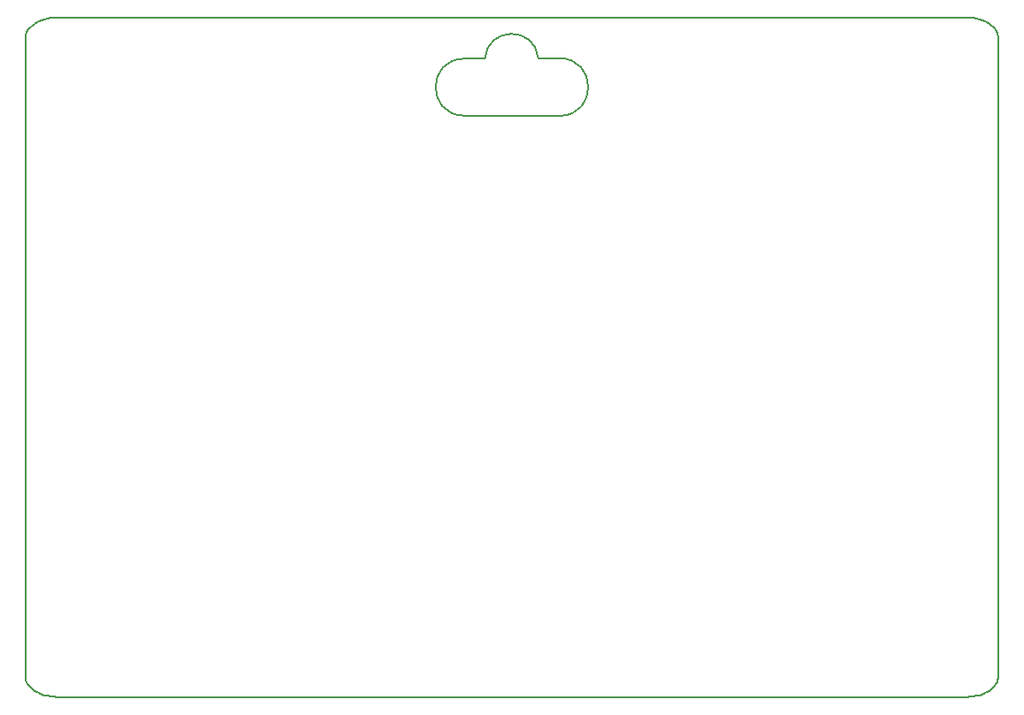
<source format=gm1>
G04 #@! TF.GenerationSoftware,KiCad,Pcbnew,(6.0.0)*
G04 #@! TF.CreationDate,2022-05-24T10:02:23+02:00*
G04 #@! TF.ProjectId,drawing.kicad_v3.0_pcb,64726177-696e-4672-9e6b-696361645f76,v2.2*
G04 #@! TF.SameCoordinates,Original*
G04 #@! TF.FileFunction,Profile,NP*
%FSLAX46Y46*%
G04 Gerber Fmt 4.6, Leading zero omitted, Abs format (unit mm)*
G04 Created by KiCad (PCBNEW (6.0.0)) date 2022-05-24 10:02:23*
%MOMM*%
%LPD*%
G01*
G04 APERTURE LIST*
G04 #@! TA.AperFunction,Profile*
%ADD10C,0.150000*%
G04 #@! TD*
%ADD11C,0.200000*%
G04 #@! TA.AperFunction,Profile*
%ADD12C,0.200000*%
G04 #@! TD*
G04 APERTURE END LIST*
D10*
X157036620Y-65324874D02*
X155026620Y-65314873D01*
D11*
X199009991Y-124410835D02*
X198994558Y-124617854D01*
X198949252Y-124818762D01*
X198875557Y-125012559D01*
X198774959Y-125198246D01*
X198648943Y-125374823D01*
X198498994Y-125541290D01*
X198326598Y-125696648D01*
X198133240Y-125839897D01*
X197920406Y-125970037D01*
X197689580Y-126086068D01*
X197442248Y-126186991D01*
X197179896Y-126271807D01*
X196904009Y-126339514D01*
X196616072Y-126389115D01*
X196317570Y-126419608D01*
X196009990Y-126429995D01*
X196009990Y-61430000D02*
X196317570Y-61440386D01*
X196616072Y-61470880D01*
X196904009Y-61520480D01*
X197179896Y-61588188D01*
X197442248Y-61673004D01*
X197689580Y-61773927D01*
X197920406Y-61889959D01*
X198133240Y-62020099D01*
X198326598Y-62163348D01*
X198498994Y-62318706D01*
X198648943Y-62485173D01*
X198774959Y-62661750D01*
X198875557Y-62847436D01*
X198949252Y-63041233D01*
X198994558Y-63242140D01*
X199009991Y-63449159D01*
D12*
X109010000Y-61430000D02*
X109010000Y-61430000D01*
D10*
X155026619Y-65314873D02*
G75*
G03*
X149926620Y-65364873I-2548019J-227009D01*
G01*
D11*
X109010000Y-126429995D02*
X108702419Y-126419608D01*
X108403917Y-126389115D01*
X108115979Y-126339514D01*
X107840092Y-126271807D01*
X107577739Y-126186991D01*
X107330408Y-126086068D01*
X107099582Y-125970037D01*
X106886747Y-125839897D01*
X106693389Y-125696648D01*
X106520992Y-125541290D01*
X106371043Y-125374823D01*
X106245027Y-125198246D01*
X106144429Y-125012559D01*
X106070734Y-124818762D01*
X106025428Y-124617854D01*
X106009996Y-124410835D01*
D12*
X196009990Y-126429995D02*
X109010000Y-126429995D01*
D10*
X157096620Y-70834872D02*
G75*
G03*
X157036620Y-65324874I-41644J2754872D01*
G01*
D12*
X199009991Y-63449159D02*
X199009991Y-124410835D01*
D11*
X106009996Y-63449159D02*
X106025428Y-63242140D01*
X106070734Y-63041233D01*
X106144429Y-62847436D01*
X106245027Y-62661750D01*
X106371043Y-62485173D01*
X106520992Y-62318706D01*
X106693389Y-62163348D01*
X106886747Y-62020099D01*
X107099582Y-61889959D01*
X107330408Y-61773927D01*
X107577739Y-61673004D01*
X107840092Y-61588188D01*
X108115979Y-61520480D01*
X108403917Y-61470880D01*
X108702419Y-61440386D01*
X109010000Y-61430000D01*
D10*
X147916669Y-65364807D02*
X149926620Y-65364873D01*
X147916669Y-65364807D02*
G75*
G03*
X147866620Y-70804873I15285J-2720404D01*
G01*
D12*
X106009996Y-124410835D02*
X106009996Y-63449159D01*
D10*
X157096620Y-70834873D02*
X147866620Y-70804873D01*
D12*
X109010000Y-61430000D02*
X196009990Y-61430000D01*
M02*

</source>
